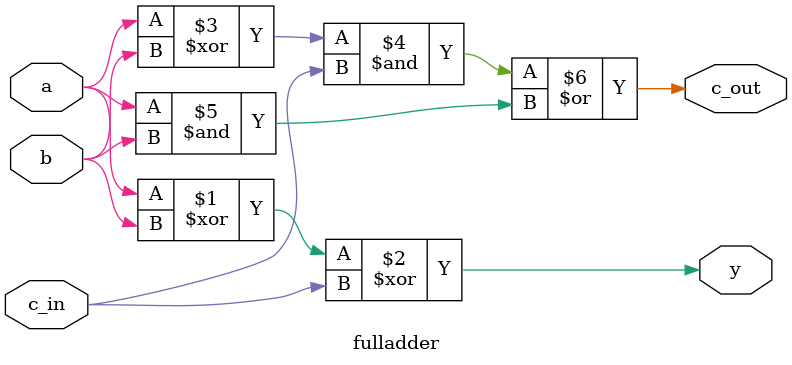
<source format=v>
module fulladder(input a, b, c_in, output y, c_out);
    assign y = a^b^c_in;
    assign c_out = (a^b)&c_in | a&b;
endmodule
</source>
